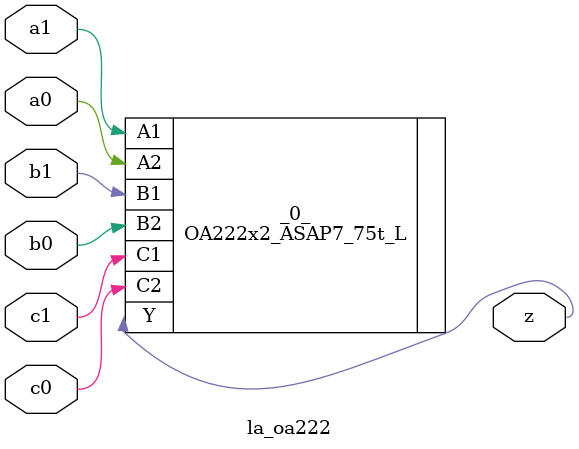
<source format=v>
/* Generated by Yosys 0.37 (git sha1 a5c7f69ed, clang 14.0.0-1ubuntu1.1 -fPIC -Os) */

module la_oa222(a0, a1, b0, b1, c0, c1, z);
  input a0;
  wire a0;
  input a1;
  wire a1;
  input b0;
  wire b0;
  input b1;
  wire b1;
  input c0;
  wire c0;
  input c1;
  wire c1;
  output z;
  wire z;
  OA222x2_ASAP7_75t_L _0_ (
    .A1(a1),
    .A2(a0),
    .B1(b1),
    .B2(b0),
    .C1(c1),
    .C2(c0),
    .Y(z)
  );
endmodule

</source>
